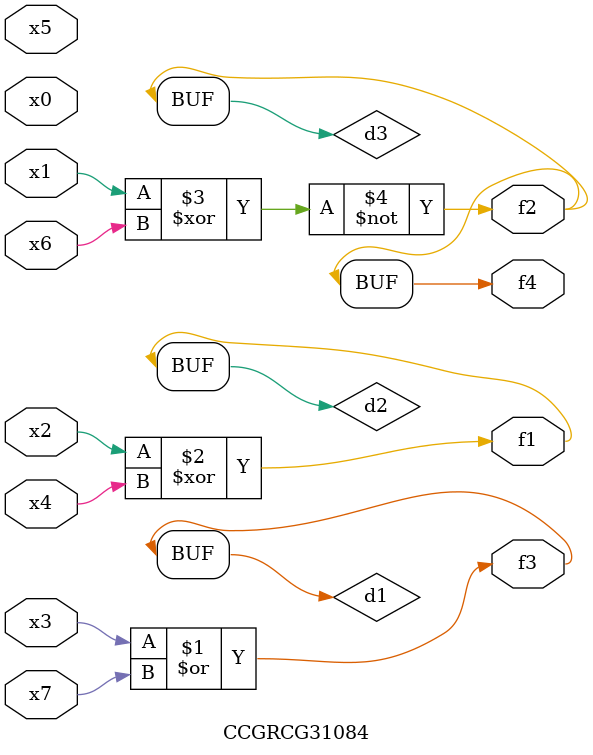
<source format=v>
module CCGRCG31084(
	input x0, x1, x2, x3, x4, x5, x6, x7,
	output f1, f2, f3, f4
);

	wire d1, d2, d3;

	or (d1, x3, x7);
	xor (d2, x2, x4);
	xnor (d3, x1, x6);
	assign f1 = d2;
	assign f2 = d3;
	assign f3 = d1;
	assign f4 = d3;
endmodule

</source>
